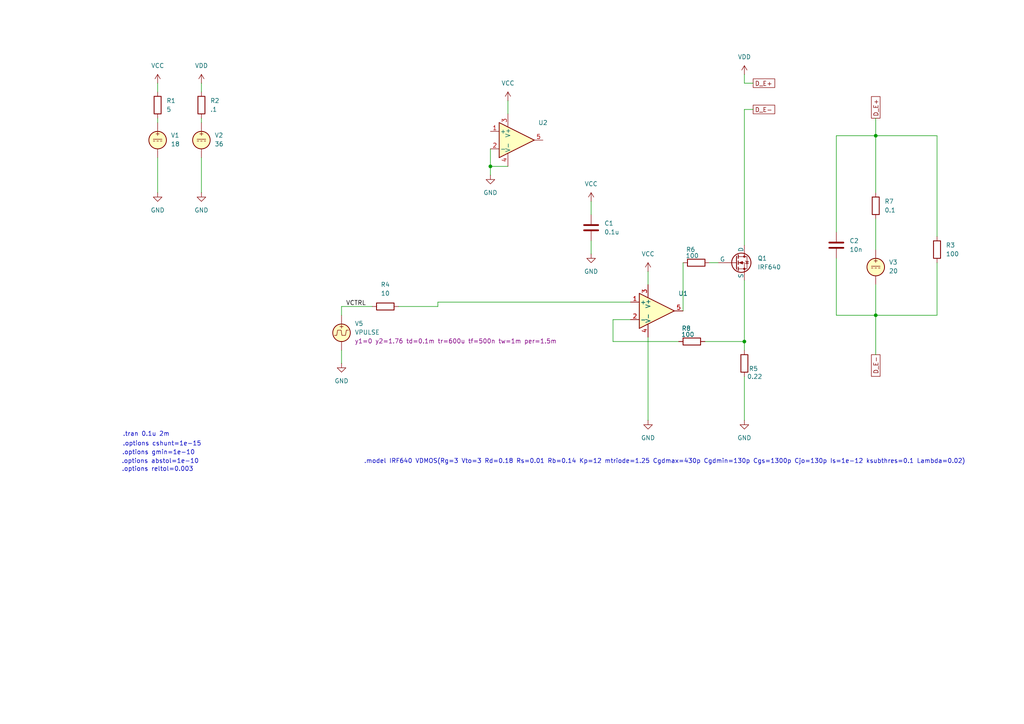
<source format=kicad_sch>
(kicad_sch (version 20231120) (generator "eeschema") (generator_version "8.0")
  (paper "A4")
  (lib_symbols
    (symbol "Device:C" (pin_numbers hide) (pin_names (offset 0.254))
      (property "Reference" "C" (at 0.635 2.54 0))
      (property "Value" "C" (at 0.635 -2.54 0))
      (symbol "C_0_1"
        (polyline (pts (xy -2.032 -0.762) (xy 2.032 -0.762)) (stroke (width 0.508)))
        (polyline (pts (xy -2.032 0.762) (xy 2.032 0.762)) (stroke (width 0.508)))
      )
      (symbol "C_1_1"
        (pin passive line (at 0 3.81 270) (length 2.794) (name "~") (number "1"))
        (pin passive line (at 0 -3.81 90) (length 2.794) (name "~") (number "2"))
      )
    )
    (symbol "Device:R" (pin_numbers hide) (pin_names (offset 0))
      (property "Reference" "R" (at 2.032 0 90))
      (property "Value" "R" (at 0 0 90))
      (symbol "R_0_1"
        (rectangle (start -1.016 -2.54) (end 1.016 2.54) (stroke (width 0.254)))
      )
      (symbol "R_1_1"
        (pin passive line (at 0 3.81 270) (length 1.27) (name "~") (number "1"))
        (pin passive line (at 0 -3.81 90) (length 1.27) (name "~") (number "2"))
      )
    )
    (symbol "Simulation_SPICE:NMOS" (pin_numbers hide) (pin_names (offset 0))
      (property "Reference" "Q" (at 5.08 1.27 0))
      (property "Value" "NMOS" (at 5.08 -1.27 0))
      (symbol "NMOS_0_1"
        (polyline (pts (xy 0.254 0) (xy -2.54 0)))
        (polyline (pts (xy 0.254 1.905) (xy 0.254 -1.905)) (stroke (width 0.254)))
        (polyline (pts (xy 0.762 -1.27) (xy 0.762 -2.286)) (stroke (width 0.254)))
        (polyline (pts (xy 0.762 0.508) (xy 0.762 -0.508)) (stroke (width 0.254)))
        (polyline (pts (xy 0.762 2.286) (xy 0.762 1.27)) (stroke (width 0.254)))
        (polyline (pts (xy 2.54 2.54) (xy 2.54 1.778)))
        (polyline (pts (xy 2.54 -2.54) (xy 2.54 0) (xy 0.762 0)))
        (polyline (pts (xy 0.762 -1.778) (xy 3.302 -1.778) (xy 3.302 1.778) (xy 0.762 1.778)))
        (polyline (pts (xy 1.016 0) (xy 2.032 0.381) (xy 2.032 -0.381) (xy 1.016 0)) (fill (type outline)))
        (polyline (pts (xy 2.794 0.508) (xy 2.921 0.381) (xy 3.683 0.381) (xy 3.81 0.254)))
        (polyline (pts (xy 3.302 0.381) (xy 2.921 -0.254) (xy 3.683 -0.254) (xy 3.302 0.381)))
        (circle (center 1.651 0) (radius 2.794) (stroke (width 0.254)))
        (circle (center 2.54 -1.778) (radius 0.254) (fill (type outline)))
        (circle (center 2.54 1.778) (radius 0.254) (fill (type outline)))
      )
      (symbol "NMOS_1_1"
        (pin passive line (at 2.54 5.08 270) (length 2.54) (name "D") (number "1"))
        (pin input line (at -5.08 0 0) (length 2.54) (name "G") (number "2"))
        (pin passive line (at 2.54 -5.08 90) (length 2.54) (name "S") (number "3"))
      )
    )
    (symbol "Simulation_SPICE:OPAMP" (pin_names (offset 0.254))
      (property "Reference" "U" (at 3.81 3.175 0))
      (property "Value" "${SIM.PARAMS}" (at 3.81 -3.175 0))
      (symbol "OPAMP_0_1"
        (polyline (pts (xy 5.08 0) (xy -5.08 5.08) (xy -5.08 -5.08) (xy 5.08 0)) (stroke (width 0.254)) (fill (type background)))
      )
      (symbol "OPAMP_1_1"
        (pin input line (at -7.62 2.54 0) (length 2.54) (name "+") (number "1"))
        (pin input line (at -7.62 -2.54 0) (length 2.54) (name "-") (number "2"))
        (pin power_in line (at -2.54 7.62 270) (length 3.81) (name "V+") (number "3"))
        (pin power_in line (at -2.54 -7.62 90) (length 3.81) (name "V-") (number "4"))
        (pin output line (at 7.62 0 180) (length 2.54) (name "~") (number "5"))
      )
    )
    (symbol "Simulation_SPICE:VDC" (pin_numbers hide) (pin_names (offset 0.0254))
      (property "Reference" "V" (at 2.54 2.54 0))
      (property "Value" "1" (at 2.54 0 0))
      (symbol "VDC_0_0"
        (polyline (pts (xy -1.27 0.254) (xy 1.27 0.254)))
        (polyline (pts (xy -0.762 -0.254) (xy -1.27 -0.254)))
        (polyline (pts (xy 0.254 -0.254) (xy -0.254 -0.254)))
        (polyline (pts (xy 1.27 -0.254) (xy 0.762 -0.254)))
        (text "+" (at 0 1.905 0) (effects (font (size 1.27 1.27))))
      )
      (symbol "VDC_0_1"
        (circle (center 0 0) (radius 2.54) (stroke (width 0.254)) (fill (type background)))
      )
      (symbol "VDC_1_1"
        (pin passive line (at 0 5.08 270) (length 2.54) (name "~") (number "1"))
        (pin passive line (at 0 -5.08 90) (length 2.54) (name "~") (number "2"))
      )
    )
    (symbol "Simulation_SPICE:VPULSE" (pin_numbers hide) (pin_names (offset 0.0254))
      (property "Reference" "V" (at 2.54 2.54 0))
      (property "Value" "VPULSE" (at 2.54 0 0))
      (property "Sim.Params" "y1=0 y2=1 td=2n tr=2n tf=2n tw=50n per=100n" (at 2.54 -2.54 0))
      (symbol "VPULSE_0_0"
        (polyline (pts (xy -2.032 -0.762) (xy -1.397 -0.762) (xy -1.143 0.762) (xy -0.127 0.762) (xy 0.127 -0.762) (xy 1.143 -0.762) (xy 1.397 0.762) (xy 2.032 0.762)))
        (text "+" (at 0 1.905 0) (effects (font (size 1.27 1.27))))
      )
      (symbol "VPULSE_0_1"
        (circle (center 0 0) (radius 2.54) (stroke (width 0.254)) (fill (type background)))
      )
      (symbol "VPULSE_1_1"
        (pin passive line (at 0 5.08 270) (length 2.54) (name "~") (number "1"))
        (pin passive line (at 0 -5.08 90) (length 2.54) (name "~") (number "2"))
      )
    )
    (symbol "power:GND" (power) (pin_numbers hide) (pin_names (offset 0) hide)
      (property "Value" "GND" (at 0 -3.81 0))
      (symbol "GND_0_1"
        (polyline (pts (xy 0 0) (xy 0 -1.27) (xy 1.27 -1.27) (xy 0 -2.54) (xy -1.27 -1.27) (xy 0 -1.27)))
      )
      (symbol "GND_1_1"
        (pin power_in line (at 0 0 270) (length 0) (name "~") (number "1"))
      )
    )
    (symbol "power:VCC" (power) (pin_numbers hide) (pin_names (offset 0) hide)
      (property "Value" "VCC" (at 0 3.556 0))
      (symbol "VCC_0_1"
        (polyline (pts (xy -0.762 1.27) (xy 0 2.54)))
        (polyline (pts (xy 0 0) (xy 0 2.54)))
        (polyline (pts (xy 0 2.54) (xy 0.762 1.27)))
      )
      (symbol "VCC_1_1"
        (pin power_in line (at 0 0 90) (length 0) (name "~") (number "1"))
      )
    )
    (symbol "power:VDD" (power) (pin_numbers hide) (pin_names (offset 0) hide)
      (property "Value" "VDD" (at 0 3.556 0))
      (symbol "VDD_0_1"
        (polyline (pts (xy -0.762 1.27) (xy 0 2.54)))
        (polyline (pts (xy 0 0) (xy 0 2.54)))
        (polyline (pts (xy 0 2.54) (xy 0.762 1.27)))
      )
      (symbol "VDD_1_1"
        (pin power_in line (at 0 0 90) (length 0) (name "~") (number "1"))
      )
    )
  )
  (junction (at 254 91.44))
  (junction (at 254 39.37))
  (junction (at 215.9 99.06))
  (junction (at 142.24 48.26))
  (wire (pts (xy 99.06 101.6) (xy 99.06 105.41)))
  (wire (pts (xy 198.12 76.2) (xy 198.12 90.17)))
  (wire (pts (xy 187.96 78.74) (xy 187.96 82.55)))
  (wire (pts (xy 147.32 29.21) (xy 147.32 33.02)))
  (wire (pts (xy 177.8 99.06) (xy 196.85 99.06)))
  (wire (pts (xy 215.9 99.06) (xy 215.9 101.6)))
  (wire (pts (xy 254 82.55) (xy 254 91.44)))
  (wire (pts (xy 254 63.5) (xy 254 72.39)))
  (wire (pts (xy 45.72 45.72) (xy 45.72 55.88)))
  (wire (pts (xy 271.78 91.44) (xy 254 91.44)))
  (wire (pts (xy 177.8 92.71) (xy 177.8 99.06)))
  (wire (pts (xy 142.24 48.26) (xy 147.32 48.26)))
  (wire (pts (xy 182.88 87.63) (xy 127 87.63)))
  (wire (pts (xy 58.42 24.13) (xy 58.42 26.67)))
  (wire (pts (xy 205.74 76.2) (xy 208.28 76.2)))
  (wire (pts (xy 215.9 81.28) (xy 215.9 99.06)))
  (wire (pts (xy 215.9 21.59) (xy 215.9 24.13)))
  (wire (pts (xy 107.95 88.9) (xy 99.06 88.9)))
  (wire (pts (xy 215.9 109.22) (xy 215.9 121.92)))
  (wire (pts (xy 242.57 74.93) (xy 242.57 91.44)))
  (wire (pts (xy 99.06 88.9) (xy 99.06 91.44)))
  (wire (pts (xy 271.78 68.58) (xy 271.78 39.37)))
  (wire (pts (xy 254 39.37) (xy 254 55.88)))
  (wire (pts (xy 242.57 91.44) (xy 254 91.44)))
  (wire (pts (xy 271.78 39.37) (xy 254 39.37)))
  (wire (pts (xy 58.42 45.72) (xy 58.42 55.88)))
  (wire (pts (xy 171.45 69.85) (xy 171.45 73.66)))
  (wire (pts (xy 142.24 48.26) (xy 142.24 50.8)))
  (wire (pts (xy 271.78 76.2) (xy 271.78 91.44)))
  (wire (pts (xy 242.57 39.37) (xy 254 39.37)))
  (wire (pts (xy 171.45 58.42) (xy 171.45 62.23)))
  (wire (pts (xy 254 91.44) (xy 254 102.87)))
  (wire (pts (xy 182.88 92.71) (xy 177.8 92.71)))
  (wire (pts (xy 204.47 99.06) (xy 215.9 99.06)))
  (wire (pts (xy 215.9 31.75) (xy 218.44 31.75)))
  (wire (pts (xy 45.72 34.29) (xy 45.72 35.56)))
  (wire (pts (xy 254 34.29) (xy 254 39.37)))
  (wire (pts (xy 45.72 24.13) (xy 45.72 26.67)))
  (wire (pts (xy 115.57 88.9) (xy 127 88.9)))
  (wire (pts (xy 215.9 24.13) (xy 218.44 24.13)))
  (wire (pts (xy 58.42 34.29) (xy 58.42 35.56)))
  (wire (pts (xy 127 87.63) (xy 127 88.9)))
  (wire (pts (xy 215.9 31.75) (xy 215.9 71.12)))
  (wire (pts (xy 142.24 43.18) (xy 142.24 48.26)))
  (wire (pts (xy 242.57 39.37) (xy 242.57 67.31)))
  (wire (pts (xy 187.96 97.79) (xy 187.96 121.92)))
  (text ".options reltol=0.003" (at 45.72 136.144 0) (effects (font (size 1.27 1.27))))
  (text ".options abstol=1e-10" (at 46.482 133.858 0) (effects (font (size 1.27 1.27))))
  (text ".tran 0.1u 2m" (at 42.418 125.984 0) (effects (font (size 1.27 1.27))))
  (text ".options cshunt=1e-15" (at 46.99 128.778 0) (effects (font (size 1.27 1.27))))
  (text ".options gmin=1e-10" (at 45.974 131.318 0) (effects (font (size 1.27 1.27))))
  (text ".model IRF640 VDMOS(Rg=3 Vto=3 Rd=0.18 Rs=0.01 Rb=0.14 Kp=12 mtriode=1.25 Cgdmax=430p Cgdmin=130p Cgs=1300p Cjo=130p Is=1e-12 ksubthres=0.1 Lambda=0.02)" (at 192.786 133.858 0) (effects (font (size 1.27 1.27))))
  (label "VCTRL" (at 100.33 88.9 0))
  (global_label "D_E-" (shape passive) (at 254 102.87 270) (property "Intersheetrefs" "${INTERSHEET_REFS}" (effects (hide yes))))
  (global_label "D_E+" (shape passive) (at 218.44 24.13 0) (property "Intersheetrefs" "${INTERSHEET_REFS}" (effects (hide yes))))
  (global_label "D_E-" (shape passive) (at 218.44 31.75 0) (property "Intersheetrefs" "${INTERSHEET_REFS}" (effects (hide yes))))
  (global_label "D_E+" (shape passive) (at 254 34.29 90) (property "Intersheetrefs" "${INTERSHEET_REFS}" (effects (hide yes))))
  (symbol (lib_id "power:VDD") (at 58.42 24.13 0) (unit 1) (exclude_from_sim yes)
    (property "Reference" "#PWR03" (effects (hide yes)))
    (property "Value" "VDD" (at 58.42 19.05 0))
    (property "Description" "Power symbol creates a global label with name \"VDD\"" (effects (hide yes)))
  )
  (symbol (lib_id "Simulation_SPICE:OPAMP") (at 190.5 90.17 0) (unit 1)
    (property "Reference" "U1" (at 198.12 85.1214 0))
    (property "Value" "${SIM.PARAMS}" (at 198.12 87.0265 0))
    (property "Datasheet" "https://ngspice.sourceforge.io/docs/ngspice-html-manual/manual.xhtml#sec__SUBCKT_Subcircuits" (effects (hide yes)))
    (property "Description" "Operational amplifier, single, node sequence=1:+ 2:- 3:OUT 4:V+ 5:V-" (effects (hide yes)))
    (property "Sim.Pins" "1=1 2=2 3=99 4=50 5=45" (effects (hide yes)))
    (property "Sim.Device" "SUBCKT" (effects (hide yes)))
    (property "Sim.Library" "AD8614.lib" (effects (hide yes)))
    (property "Sim.Name" "AD8614" (effects (hide yes)))
  )
  (symbol (lib_id "power:VCC") (at 45.72 24.13 0) (unit 1) (exclude_from_sim yes)
    (property "Reference" "#PWR02" (effects (hide yes)))
    (property "Value" "VCC" (at 45.72 19.05 0))
    (property "Description" "Power symbol creates a global label with name \"VCC\"" (effects (hide yes)))
  )
  (symbol (lib_id "power:GND") (at 215.9 121.92 0) (unit 1)
    (property "Reference" "#PWR011" (effects (hide yes)))
    (property "Value" "GND" (at 215.9 127 0))
    (property "Description" "Power symbol creates a global label with name \"GND\" , ground" (effects (hide yes)))
  )
  (symbol (lib_id "Simulation_SPICE:VDC") (at 58.42 40.64 0) (unit 1)
    (property "Reference" "V2" (at 62.23 39.2401 0) (effects (justify left)))
    (property "Value" "36" (at 62.23 41.7801 0) (effects (justify left)))
    (property "Datasheet" "https://ngspice.sourceforge.io/docs/ngspice-html-manual/manual.xhtml#sec_Independent_Sources_for" (effects (hide yes)))
    (property "Description" "Voltage source, DC" (effects (hide yes)))
    (property "Sim.Pins" "1=+ 2=-" (effects (hide yes)))
    (property "Sim.Type" "DC" (effects (hide yes)))
    (property "Sim.Device" "V" (effects (hide yes)))
  )
  (symbol (lib_id "power:VCC") (at 147.32 29.21 0) (unit 1) (exclude_from_sim yes)
    (property "Reference" "#PWR013" (effects (hide yes)))
    (property "Value" "VCC" (at 147.32 24.13 0))
    (property "Description" "Power symbol creates a global label with name \"VCC\"" (effects (hide yes)))
  )
  (symbol (lib_id "Simulation_SPICE:VDC") (at 254 77.47 0) (unit 1)
    (property "Reference" "V3" (at 257.81 76.0701 0) (effects (justify left)))
    (property "Value" "20" (at 257.81 78.6101 0) (effects (justify left)))
    (property "Datasheet" "https://ngspice.sourceforge.io/docs/ngspice-html-manual/manual.xhtml#sec_Independent_Sources_for" (effects (hide yes)))
    (property "Description" "Voltage source, DC" (effects (hide yes)))
    (property "Sim.Pins" "1=+ 2=-" (effects (hide yes)))
    (property "Sim.Type" "DC" (effects (hide yes)))
    (property "Sim.Device" "V" (effects (hide yes)))
  )
  (symbol (lib_id "Simulation_SPICE:OPAMP") (at 149.86 40.64 0) (unit 1)
    (property "Reference" "U2" (at 157.48 35.5914 0))
    (property "Value" "${SIM.PARAMS}" (at 157.48 37.4965 0))
    (property "Datasheet" "https://ngspice.sourceforge.io/docs/ngspice-html-manual/manual.xhtml#sec__SUBCKT_Subcircuits" (effects (hide yes)))
    (property "Description" "Operational amplifier, single, node sequence=1:+ 2:- 3:OUT 4:V+ 5:V-" (effects (hide yes)))
    (property "Sim.Library" "AD8027.lib" (effects (hide yes)))
    (property "Sim.Name" "AD8027" (effects (hide yes)))
    (property "Sim.Device" "SUBCKT" (effects (hide yes)))
    (property "Sim.Pins" "1=1 2=2 3=99 4=50 5=61" (effects (hide yes)))
  )
  (symbol (lib_id "power:GND") (at 58.42 55.88 0) (unit 1) (exclude_from_sim yes)
    (property "Reference" "#PWR05" (effects (hide yes)))
    (property "Value" "GND" (at 58.42 60.96 0))
    (property "Description" "Power symbol creates a global label with name \"GND\" , ground" (effects (hide yes)))
  )
  (symbol (lib_id "Device:R") (at 254 59.69 0) (unit 1)
    (property "Reference" "R7" (at 256.54 58.4199 0) (effects (justify left)))
    (property "Value" "0.1" (at 256.54 60.9599 0) (effects (justify left)))
    (property "Description" "Resistor" (effects (hide yes)))
  )
  (symbol (lib_id "Device:C") (at 171.45 66.04 0) (unit 1)
    (property "Reference" "C1" (at 175.26 64.7699 0) (effects (justify left)))
    (property "Value" "0.1u" (at 175.26 67.3099 0) (effects (justify left)))
    (property "Footprint" "Capacitor_SMD:C_0603_1608Metric" (effects (hide yes)))
    (property "Description" "Unpolarized capacitor" (effects (hide yes)))
  )
  (symbol (lib_id "power:GND") (at 187.96 121.92 0) (unit 1) (exclude_from_sim yes)
    (property "Reference" "#PWR010" (effects (hide yes)))
    (property "Value" "GND" (at 187.96 127 0))
    (property "Description" "Power symbol creates a global label with name \"GND\" , ground" (effects (hide yes)))
  )
  (symbol (lib_id "Device:R") (at 201.93 76.2 90) (unit 1)
    (property "Reference" "R6" (at 201.676 72.39 90) (effects (justify left)))
    (property "Value" "100" (at 202.692 74.168 90) (effects (justify left)))
    (property "Footprint" "Resistor_SMD:R_0603_1608Metric" (effects (hide yes)))
    (property "Description" "Resistor" (effects (hide yes)))
  )
  (symbol (lib_id "Simulation_SPICE:VDC") (at 45.72 40.64 0) (unit 1)
    (property "Reference" "V1" (at 49.53 39.2401 0) (effects (justify left)))
    (property "Value" "18" (at 49.53 41.7801 0) (effects (justify left)))
    (property "Datasheet" "https://ngspice.sourceforge.io/docs/ngspice-html-manual/manual.xhtml#sec_Independent_Sources_for" (effects (hide yes)))
    (property "Description" "Voltage source, DC" (effects (hide yes)))
    (property "Sim.Pins" "1=+ 2=-" (effects (hide yes)))
    (property "Sim.Type" "DC" (effects (hide yes)))
    (property "Sim.Device" "V" (effects (hide yes)))
  )
  (symbol (lib_id "Device:R") (at 271.78 72.39 0) (unit 1)
    (property "Reference" "R3" (at 274.32 71.1199 0) (effects (justify left)))
    (property "Value" "100" (at 274.32 73.6599 0) (effects (justify left)))
    (property "Description" "Resistor" (effects (hide yes)))
  )
  (symbol (lib_id "Device:R") (at 45.72 30.48 0) (unit 1)
    (property "Reference" "R1" (at 48.26 29.2099 0) (effects (justify left)))
    (property "Value" "5" (at 48.26 31.7499 0) (effects (justify left)))
    (property "Description" "Resistor" (effects (hide yes)))
  )
  (symbol (lib_id "Simulation_SPICE:NMOS") (at 213.36 76.2 0) (unit 1)
    (property "Reference" "Q1" (at 219.71 74.9299 0) (effects (justify left)))
    (property "Value" "IRF640" (at 219.71 77.4699 0) (effects (justify left)))
    (property "Datasheet" "https://ngspice.sourceforge.io/docs/ngspice-html-manual/manual.xhtml#cha_MOSFETs" (effects (hide yes)))
    (property "Description" "N-MOSFET transistor, drain/source/gate" (effects (hide yes)))
    (property "Sim.Device" "NMOS" (effects (hide yes)))
    (property "Sim.Type" "VDMOS" (effects (hide yes)))
    (property "Sim.Pins" "1=D 2=G 3=S" (effects (hide yes)))
  )
  (symbol (lib_id "Device:R") (at 111.76 88.9 90) (unit 1)
    (property "Reference" "R4" (at 111.76 82.55 90))
    (property "Value" "10" (at 111.76 85.09 90))
    (property "Description" "Resistor" (effects (hide yes)))
  )
  (symbol (lib_id "power:GND") (at 99.06 105.41 0) (unit 1) (exclude_from_sim yes)
    (property "Reference" "#PWR09" (effects (hide yes)))
    (property "Value" "GND" (at 99.06 110.49 0))
    (property "Description" "Power symbol creates a global label with name \"GND\" , ground" (effects (hide yes)))
  )
  (symbol (lib_id "power:GND") (at 171.45 73.66 0) (unit 1) (exclude_from_sim yes)
    (property "Reference" "#PWR07" (effects (hide yes)))
    (property "Value" "GND" (at 171.45 78.74 0))
    (property "Description" "Power symbol creates a global label with name \"GND\" , ground" (effects (hide yes)))
  )
  (symbol (lib_id "Device:C") (at 242.57 71.12 0) (unit 1)
    (property "Reference" "C2" (at 246.38 69.8499 0) (effects (justify left)))
    (property "Value" "10n" (at 246.38 72.3899 0) (effects (justify left)))
    (property "Description" "Unpolarized capacitor" (effects (hide yes)))
  )
  (symbol (lib_id "power:GND") (at 45.72 55.88 0) (unit 1) (exclude_from_sim yes)
    (property "Reference" "#PWR04" (effects (hide yes)))
    (property "Value" "GND" (at 45.72 60.96 0))
    (property "Description" "Power symbol creates a global label with name \"GND\" , ground" (effects (hide yes)))
  )
  (symbol (lib_id "Simulation_SPICE:VPULSE") (at 99.06 96.52 0) (unit 1)
    (property "Reference" "V5" (at 102.87 93.8501 0) (effects (justify left)))
    (property "Value" "VPULSE" (at 102.87 96.3901 0) (effects (justify left)))
    (property "Datasheet" "https://ngspice.sourceforge.io/docs/ngspice-html-manual/manual.xhtml#sec_Independent_Sources_for" (effects (hide yes)))
    (property "Description" "Voltage source, pulse" (effects (hide yes)))
    (property "Sim.Pins" "1=+ 2=-" (effects (hide yes)))
    (property "Sim.Type" "PULSE" (effects (hide yes)))
    (property "Sim.Device" "V" (effects (hide yes)))
    (property "Sim.Params" "y1=0 y2=1.76 td=0.1m tr=600u tf=500n tw=1m per=1.5m" (at 102.87 98.9301 0) (effects (justify left)))
  )
  (symbol (lib_id "power:VDD") (at 215.9 21.59 0) (unit 1)
    (property "Reference" "#PWR01" (effects (hide yes)))
    (property "Value" "VDD" (at 215.9 16.51 0))
    (property "Description" "Power symbol creates a global label with name \"VDD\"" (effects (hide yes)))
  )
  (symbol (lib_id "power:VCC") (at 187.96 78.74 0) (unit 1) (exclude_from_sim yes)
    (property "Reference" "#PWR08" (effects (hide yes)))
    (property "Value" "VCC" (at 187.96 73.66 0))
    (property "Description" "Power symbol creates a global label with name \"VCC\"" (effects (hide yes)))
  )
  (symbol (lib_id "Device:R") (at 215.9 105.41 0) (unit 1)
    (property "Reference" "R5" (at 217.17 106.934 0) (effects (justify left)))
    (property "Value" "0.22" (at 216.662 109.22 0) (effects (justify left)))
    (property "Footprint" "Resistor_SMD:R_0603_1608Metric" (effects (hide yes)))
    (property "Description" "Resistor" (effects (hide yes)))
  )
  (symbol (lib_id "Device:R") (at 58.42 30.48 0) (unit 1)
    (property "Reference" "R2" (at 60.96 29.2099 0) (effects (justify left)))
    (property "Value" ".1" (at 60.96 31.7499 0) (effects (justify left)))
    (property "Description" "Resistor" (effects (hide yes)))
  )
  (symbol (lib_id "power:GND") (at 142.24 50.8 0) (unit 1) (exclude_from_sim yes)
    (property "Reference" "#PWR012" (effects (hide yes)))
    (property "Value" "GND" (at 142.24 55.88 0))
    (property "Description" "Power symbol creates a global label with name \"GND\" , ground" (effects (hide yes)))
  )
  (symbol (lib_id "Device:R") (at 200.66 99.06 90) (unit 1)
    (property "Reference" "R8" (at 200.406 95.25 90) (effects (justify left)))
    (property "Value" "100" (at 201.422 97.028 90) (effects (justify left)))
    (property "Footprint" "Resistor_SMD:R_0603_1608Metric" (effects (hide yes)))
    (property "Description" "Resistor" (effects (hide yes)))
  )
  (symbol (lib_id "power:VCC") (at 171.45 58.42 0) (unit 1) (exclude_from_sim yes)
    (property "Reference" "#PWR06" (effects (hide yes)))
    (property "Value" "VCC" (at 171.45 53.34 0))
    (property "Description" "Power symbol creates a global label with name \"VCC\"" (effects (hide yes)))
  )
)
</source>
